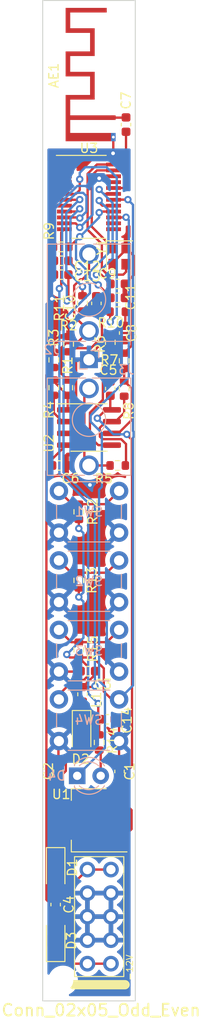
<source format=kicad_pcb>
(kicad_pcb (version 20211014) (generator pcbnew)
  (layers (0 "F.Cu" signal) (31 "B.Cu" signal) (34 "B.Paste" user) (35 "F.Paste" user) (36 "B.SilkS" user "B.Silkscreen") (37 "F.SilkS" user "F.Silkscreen") (38 "B.Mask" user) (39 "F.Mask" user) (44 "Edge.Cuts" user))
  (net 0 "")
  (net 1 "GND")
  (net 2 "Net-(AE1-Pad1)")
  (net 3 "+12V")
  (net 4 "Net-(C2-Pad1)")
  (net 5 "+5V")
  (net 6 "R")
  (net 7 "L")
  (net 8 "Net-(C10-Pad2)")
  (net 9 "Net-(D1-Pad2)")
  (net 10 "Net-(D3-Pad1)")
  (net 11 "Net-(R3-Pad2)")
  (net 12 "KEY")
  (net 13 "-12V")
  (net 14 "Net-(C7-Pad1)")
  (net 15 "Net-(C8-Pad2)")
  (net 16 "Net-(C9-Pad1)")
  (net 17 "Net-(C11-Pad1)")
  (net 18 "Net-(C12-Pad2)")
  (net 19 "Net-(C13-Pad2)")
  (net 20 "Net-(C14-Pad2)")
  (net 21 "Net-(D4-Pad1)")
  (net 22 "Net-(D4-Pad2)")
  (net 23 "Net-(J2-PadT)")
  (net 24 "Net-(J3-PadT)")
  (net 25 "Net-(R1-Pad1)")
  (net 26 "Net-(R5-Pad1)")
  (net 27 "Net-(R7-Pad2)")
  (net 28 "Net-(R9-Pad2)")
  (net 29 "Net-(R10-Pad2)")
  (net 30 "Net-(R11-Pad2)")
  (net 39 "Net-(U3-Pad23)")
  (net 40 "Net-(U3-Pad24)")
  (net 41 "Net-(D2-Pad1)")
  (net 42 "Net-(R12-Pad2)")
  (net 43 "Net-(R13-Pad2)")
  (net 44 "Net-(R15-Pad2)")
  (footprint "Capacitor_SMD:C_0603_1608Metric" (layer "F.Cu") (at 7 77.6 180)
    (fp_text reference "C14")
    (fp_text value "1u")
  )
  (footprint "Diode_SMD:D_SOD-123" (layer "F.Cu") (at 1.4 101.5 90)
    (fp_text reference "D3")
    (fp_text value "SM4007")
  )
  (footprint "MountingHole:MountingHole_2.2mm_M2" (layer "F.Cu") (at 2.2 105.8)
    (fp_text reference "H1")
    (fp_text value "MountingHole")
  )
  (footprint "Resistor_SMD:R_0603_1608Metric" (layer "F.Cu") (at 3.9 55.2 90)
    (fp_text reference "R12")
    (fp_text value "51k")
  )
  (footprint "Resistor_SMD:R_0603_1608Metric" (layer "F.Cu") (at 7.3 36.9 -90)
    (fp_text reference "R6")
    (fp_text value "10k")
  )
  (footprint "Diode_SMD:D_SOD-123" (layer "F.Cu") (at 4.2 78.9 -90)
    (fp_text reference "D2")
    (fp_text value "SM4007")
  )
  (footprint "Capacitor_SMD:C_0603_1608Metric" (layer "F.Cu") (at 5.8 32.7 90)
    (fp_text reference "C10")
    (fp_text value "1u")
  )
  (footprint "Capacitor_SMD:C_0603_1608Metric" (layer "F.Cu") (at 4.875 72.4 180)
    (fp_text reference "C3")
    (fp_text value "10u")
  )
  (footprint "Resistor_SMD:R_0603_1608Metric" (layer "F.Cu") (at 3.9 70.1 90)
    (fp_text reference "R15")
    (fp_text value "9.1k")
  )
  (footprint "Capacitor_SMD:C_0603_1608Metric" (layer "F.Cu") (at 8.1 32.1)
    (fp_text reference "C11")
    (fp_text value "1u")
  )
  (footprint "Capacitor_SMD:C_0603_1608Metric" (layer "F.Cu") (at 2 29.6)
    (fp_text reference "C13")
    (fp_text value "1u")
  )
  (footprint "4ms_Connector:Pins_2x05_2.54mm_TH_Europower" (layer "F.Cu") (at 6.1 98.9)
    (fp_text reference "J1" hide)
    (fp_text value "Conn_02x05_Odd_Even")
  )
  (footprint "Capacitor_SMD:C_0603_1608Metric" (layer "F.Cu") (at 8.3 83.225 90)
    (fp_text reference "C1")
    (fp_text value "10u")
  )
  (footprint "Resistor_SMD:R_0603_1608Metric" (layer "F.Cu") (at 2.8 37.1 -90)
    (fp_text reference "R2")
    (fp_text value "10k")
  )
  (footprint "Capacitor_SMD:C_0603_1608Metric" (layer "F.Cu") (at 9 13.4 90)
    (fp_text reference "C7")
    (fp_text value "1n")
  )
  (footprint "Capacitor_SMD:C_0603_1608Metric" (layer "F.Cu") (at 2 28.1)
    (fp_text reference "C12")
    (fp_text value "1u")
  )
  (footprint "Package_SO:SOIC-8_3.9x4.9mm_P1.27mm" (layer "F.Cu") (at 5 46.1)
    (fp_text reference "U2")
    (fp_text value "TL072")
  )
  (footprint "Resistor_SMD:R_0603_1608Metric" (layer "F.Cu") (at 8.8 38.9 -90)
    (fp_text reference "R7")
    (fp_text value "10k")
  )
  (footprint "Capacitor_SMD:C_0603_1608Metric" (layer "F.Cu") (at 1.7 83.2 90)
    (fp_text reference "C2")
    (fp_text value "10u")
  )
  (footprint "Resistor_SMD:R_0603_1608Metric" (layer "F.Cu") (at 2.7 41.8 90)
    (fp_text reference "R1")
    (fp_text value "220")
  )
  (footprint "Resistor_SMD:R_0603_1608Metric" (layer "F.Cu") (at 4.3 32.7 90)
    (fp_text reference "R11")
    (fp_text value "10k")
  )
  (footprint "Resistor_SMD:R_0603_1608Metric" (layer "F.Cu") (at 3.9 62.6 90)
    (fp_text reference "R13")
    (fp_text value "33k")
  )
  (footprint "Resistor_SMD:R_0603_1608Metric" (layer "F.Cu") (at 1.2 38.8 -90)
    (fp_text reference "R3")
    (fp_text value "10k")
  )
  (footprint "Inductor_SMD:L_0603_1608Metric" (layer "F.Cu") (at 4.3 74.9 90)
    (fp_text reference "L1")
    (fp_text value "600 ohm")
  )
  (footprint "Resistor_SMD:R_0603_1608Metric" (layer "F.Cu") (at 8.8 41.9 -90)
    (fp_text reference "R8")
    (fp_text value "30k")
  )
  (footprint "Package_SO:QSOP-24_3.9x8.7mm_P0.635mm" (layer "F.Cu") (at 5 21.2)
    (fp_text reference "U3")
    (fp_text value "MH-M18")
  )
  (footprint "Resistor_SMD:R_0603_1608Metric" (layer "F.Cu") (at 6.1 80.1 -90)
    (fp_text reference "R14")
    (fp_text value "1k")
  )
  (footprint "RF_Antenna:Texas_SWRA117D_2.4GHz_Right" (layer "F.Cu") (at 7.625 12.65 90)
    (fp_text reference "AE1")
    (fp_text value "Antenna_Shield")
  )
  (footprint "Capacitor_SMD:C_0603_1608Metric" (layer "F.Cu") (at 1.4 97.6 -90)
    (fp_text reference "C4")
    (fp_text value "10u")
  )
  (footprint "Resistor_SMD:R_0603_1608Metric" (layer "F.Cu") (at 8.1 33.6 180)
    (fp_text reference "R10")
    (fp_text value "10k")
  )
  (footprint "Capacitor_SMD:C_0603_1608Metric" (layer "F.Cu") (at 1.8 50.2 180)
    (fp_text reference "C6")
    (fp_text value "0.1u")
  )
  (footprint "Capacitor_SMD:C_0603_1608Metric" (layer "F.Cu") (at 7.3 41.9 90)
    (fp_text reference "C5")
    (fp_text value "0.1u")
  )
  (footprint "Resistor_SMD:R_0603_1608Metric" (layer "F.Cu") (at 2 26.6 180)
    (fp_text reference "R9")
    (fp_text value "10k")
  )
  (footprint "Crystal:Crystal_SMD_2520-4Pin_2.5x2.0mm" (layer "F.Cu") (at 8.3 27.6 -90)
    (fp_text reference "Y1")
    (fp_text value "Crystal_GND24")
  )
  (footprint "Capacitor_SMD:C_0603_1608Metric" (layer "F.Cu") (at 8.1 30.6)
    (fp_text reference "C9")
    (fp_text value "1u")
  )
  (footprint "Resistor_SMD:R_0603_1608Metric" (layer "F.Cu") (at 8.1 50.2 180)
    (fp_text reference "R5")
    (fp_text value "220")
  )
  (footprint "Diode_SMD:D_SOD-123" (layer "F.Cu") (at 1.4 93.7 -90)
    (fp_text reference "D1")
    (fp_text value "SM4007")
  )
  (footprint "Capacitor_SMD:C_0603_1608Metric" (layer "F.Cu") (at 8.8 35.9 90)
    (fp_text reference "C8")
    (fp_text value "1u")
  )
  (footprint "Package_TO_SOT_SMD:SOT-223-3_TabPin2" (layer "F.Cu") (at 5 88.5 180)
    (fp_text reference "U1")
    (fp_text value "LM1117-5.0")
  )
  (footprint "Resistor_SMD:R_0603_1608Metric" (layer "F.Cu") (at 1.2 41.8 90)
    (fp_text reference "R4")
    (fp_text value "30k")
  )
  (footprint "Connector_Audio:Jack_3.5mm_QingPu_WQP-PJ398SM_Vertical_CircularHoles" (layer "B.Cu") (at 5 38.78)
    (fp_text reference "J2")
    (fp_text value "JACK_OUT")
  )
  (footprint "Connector_Audio:Jack_3.5mm_QingPu_WQP-PJ398SM_Vertical_CircularHoles" (layer "B.Cu") (at 5 38.78 180)
    (fp_text reference "J3")
    (fp_text value "JACK_OUT")
  )
  (footprint "Button_Switch_THT:SW_PUSH_6mm" (layer "B.Cu") (at 8.25 52.95 180)
    (fp_text reference "SW1")
    (fp_text value "SW_Push")
  )
  (footprint "LED_THT:LED_D3.0mm" (layer "B.Cu") (at 3.725 83.7)
    (fp_text reference "D4")
    (fp_text value "LED")
  )
  (footprint "Button_Switch_THT:SW_PUSH_6mm" (layer "B.Cu") (at 8.25 67.95 180)
    (fp_text reference "SW3")
    (fp_text value "SW_Push")
  )
  (footprint "Button_Switch_THT:SW_PUSH_6mm" (layer "B.Cu") (at 8.25 75.45 180)
    (fp_text reference "SW4")
    (fp_text value "SW_Push")
  )
  (footprint "Button_Switch_THT:SW_PUSH_6mm" (layer "B.Cu") (at 8.25 60.45 180)
    (fp_text reference "SW2")
    (fp_text value "SW_Push")
  )
  (gr_rect (start 0 0) (end 10 108) (layer "Edge.Cuts") (width 0.1) (fill none))
  (segment (start 7.6 28.475) (end 7.6 28.3) (width 0.25) (layer "F.Cu") (net 1))
  (segment (start 9.59952 36.19952) (end 9.59952 37.27548) (width 0.25) (layer "F.Cu") (net 1))
  (segment (start 9.30048 35.90048) (end 9.59952 36.19952) (width 0.25) (layer "F.Cu") (net 1))
  (segment (start 1.7 82.425) (end 1.7 80) (width 0.25) (layer "F.Cu") (net 1))
  (segment (start 7.625 16.475) (end 7.625 14.75) (width 0.25) (layer "F.Cu") (net 1))
  (segment (start 9.59952 37.27548) (end 8.8 38.075) (width 0.25) (layer "F.Cu") (net 1))
  (segment (start 8.25 79.95) (end 8.25 82.4) (width 0.25) (layer "F.Cu") (net 1))
  (segment (start 8.875 32.1) (end 9.64952 32.87452) (width 0.25) (layer "F.Cu") (net 1))
  (segment (start 9.64952 32.87452) (end 9.64952 36.14952) (width 0.25) (layer "F.Cu") (net 1))
  (segment (start 5 38.78) (end 5 38.375) (width 0.25) (layer "F.Cu") (net 1))
  (segment (start 7.47452 35.90048) (end 9.30048 35.90048) (width 0.25) (layer "F.Cu") (net 1))
  (segment (start 8.25 82.4) (end 8.3 82.45) (width 0.25) (layer "F.Cu") (net 1))
  (segment (start 6.7225 18.9775) (end 7.6543 18.9775) (width 0.25) (layer "F.Cu") (net 1))
  (segment (start 4 24.500497) (end 3.557003 24.0575) (width 0.25) (layer "F.Cu") (net 1))
  (segment (start 1 29.825) (end 1.225 29.6) (width 0.25) (layer "F.Cu") (net 1))
  (segment (start 7.6 28.3) (end 9 26.9) (width 0.25) (layer "F.Cu") (net 1))
  (segment (start 7.3 36.075) (end 7.47452 35.90048) (width 0.25) (layer "F.Cu") (net 1))
  (segment (start 1 32.2) (end 1 29.825) (width 0.25) (layer "F.Cu") (net 1))
  (segment (start 8.25 78.075) (end 8.25 79.95) (width 0.25) (layer "F.Cu") (net 1))
  (segment (start 7.6 16.5) (end 7.625 16.475) (width 0.25) (layer "F.Cu") (net 1))
  (segment (start 1.75 72.45) (end 4.05 72.45) (width 0.25) (layer "F.Cu") (net 1))
  (segment (start 5 38.375) (end 7.3 36.075) (width 0.25) (layer "F.Cu") (net 1))
  (segment (start 1.7 80) (end 1.75 79.95) (width 0.25) (layer "F.Cu") (net 1))
  (segment (start 7.775 77.6) (end 8.25 78.075) (width 0.25) (layer "F.Cu") (net 1))
  (segment (start 4.05 72.45) (end 4.1 72.4) (width 0.25) (layer "F.Cu") (net 1))
  (segment (start 9.824511 29.650489) (end 9.824511 27.549511) (width 0.25) (layer "F.Cu") (net 1))
  (segment (start 6.1 19.2) (end 6.5 19.2) (width 0.25) (layer "F.Cu") (net 1))
  (segment (start 8.875 30.6) (end 9.824511 29.650489) (width 0.25) (layer "F.Cu") (net 1))
  (segment (start 9 26.9) (end 9 26.725) (width 0.25) (layer "F.Cu") (net 1))
  (segment (start 7.3 39.575) (end 7.3 41.125) (width 0.25) (layer "F.Cu") (net 1))
  (segment (start 3.557003 24.0575) (end 2.3457 24.0575) (width 0.25) (layer "F.Cu") (net 1))
  (segment (start 9.64952 36.14952) (end 9.59952 36.19952) (width 0.25) (layer "F.Cu") (net 1))
  (segment (start 9.824511 27.549511) (end 9 26.725) (width 0.25) (layer "F.Cu") (net 1))
  (segment (start 8.8 38.075) (end 7.3 39.575) (width 0.25) (layer "F.Cu") (net 1))
  (segment (start 6.5 19.2) (end 6.7225 18.9775) (width 0.25) (layer "F.Cu") (net 1))
  (via (at 6.1 19.2) (size 0.8) (drill 0.4) (layers "F.Cu" "B.Cu") (net 1))
  (via (at 5.1 52.3) (size 0.8) (drill 0.4) (layers "F.Cu" "B.Cu") (net 1))
  (via (at 4 24.500497) (size 0.8) (drill 0.4) (layers "F.Cu" "B.Cu") (net 1))
  (via (at 7.6 16.5) (size 0.8) (drill 0.4) (layers "F.Cu" "B.Cu") (net 1))
  (via (at 3.1 35.1) (size 0.8) (drill 0.4) (layers "F.Cu" "B.Cu") (net 1))
  (via (at 1 32.2) (size 0.8) (drill 0.4) (layers "F.Cu" "B.Cu") (net 1))
  (segment (start 0.425489 32.774511) (end 1 32.2) (width 0.25) (layer "B.Cu") (net 1))
  (segment (start 4 24.500497) (end 4.022119 24.500497) (width 0.25) (layer "B.Cu") (net 1))
  (segment (start 6.925489 71.125489) (end 8.25 72.45) (width 0.25) (layer "B.Cu") (net 1))
  (segment (start 3.739772 20.024511) (end 1 22.764283) (width 0.25) (layer "B.Cu") (net 1))
  (segment (start 4.022119 24.500497) (end 5.375489 23.147127) (width 0.25) (layer "B.Cu") (net 1))
  (segment (start 1.75 57.45) (end 0.425489 56.125489) (width 0.25) (layer "B.Cu") (net 1))
  (segment (start 5.275489 20.024511) (end 6.1 19.2) (width 0.25) (layer "B.Cu") (net 1))
  (segment (start 6.925489 66.274511) (end 6.925489 71.125489) (width 0.25) (layer "B.Cu") (net 1))
  (segment (start 0.425489 56.125489) (end 0.425489 32.774511) (width 0.25) (layer "B.Cu") (net 1))
  (segment (start 8.25 64.95) (end 6.925489 66.274511) (width 0.25) (layer "B.Cu") (net 1))
  (segment (start 5.375489 23.147127) (end 5.375489 19.924511) (width 0.25) (layer "B.Cu") (net 1))
  (segment (start 1 22.764283) (end 1 32.2) (width 0.25) (layer "B.Cu") (net 1))
  (segment (start 5.275489 20.024511) (end 3.739772 20.024511) (width 0.25) (layer "B.Cu") (net 1))
  (segment (start 8.975 12.65) (end 9 12.625) (width 0.25) (layer "F.Cu") (net 2))
  (segment (start 7.625 12.65) (end 8.975 12.65) (width 0.25) (layer "F.Cu") (net 2))
  (segment (start 8.15 86.2) (end 8.15 84.15) (width 0.25) (layer "F.Cu") (net 3))
  (segment (start 3.25 92.05) (end 1.4 92.05) (width 0.25) (layer "F.Cu") (net 3))
  (segment (start 9.087049 46.887049) (end 9.64952 47.44952) (width 0.25) (layer "F.Cu") (net 3))
  (segment (start 9.64952 82.65048) (end 8.3 84) (width 0.25) (layer "F.Cu") (net 3))
  (segment (start 8.4 86.2) (end 9.6 87.4) (width 0.25) (layer "F.Cu") (net 3))
  (segment (start 5.574511 89.725489) (end 3.25 92.05) (width 0.25) (layer "F.Cu") (net 3))
  (segment (start 9.323533 89.725489) (end 5.574511 89.725489) (width 0.25) (layer "F.Cu") (net 3))
  (segment (start 7.3 44.02) (end 7.475 44.195) (width 0.25) (layer "F.Cu") (net 3))
  (segment (start 9.087049 46.837549) (end 9.087049 46.887049) (width 0.25) (layer "F.Cu") (net 3))
  (segment (start 9.64952 47.44952) (end 9.64952 82.65048) (width 0.25) (layer "F.Cu") (net 3))
  (segment (start 9.6 89.449022) (end 9.323533 89.725489) (width 0.25) (layer "F.Cu") (net 3))
  (segment (start 7.3 42.675) (end 7.3 44.02) (width 0.25) (layer "F.Cu") (net 3))
  (segment (start 9.6 87.4) (end 9.6 89.449022) (width 0.25) (layer "F.Cu") (net 3))
  (segment (start 7.475 44.195) (end 6.805 44.195) (width 0.25) (layer "F.Cu") (net 3))
  (segment (start 6.805 44.195) (end 5.9 45.1) (width 0.25) (layer "F.Cu") (net 3))
  (segment (start 8.15 84.15) (end 8.3 84) (width 0.25) (layer "F.Cu") (net 3))
  (segment (start 8.15 86.2) (end 8.4 86.2) (width 0.25) (layer "F.Cu") (net 3))
  (via (at 5.9 45.1) (size 0.8) (drill 0.4) (layers "F.Cu" "B.Cu") (net 3))
  (via (at 9.087049 46.837549) (size 0.8) (drill 0.4) (layers "F.Cu" "B.Cu") (net 3))
  (segment (start 9.087049 46.837549) (end 7.637549 46.837549) (width 0.25) (layer "B.Cu") (net 3))
  (segment (start 7.637549 46.837549) (end 5.9 45.1) (width 0.25) (layer "B.Cu") (net 3))
  (segment (start 1.85 88.5) (end 8.15 88.5) (width 0.25) (layer "F.Cu") (net 4))
  (segment (start 2.500489 82.249511) (end 4.2 80.55) (width 0.25) (layer "F.Cu") (net 4))
  (segment (start 2.500489 83.174511) (end 2.500489 82.249511) (width 0.25) (layer "F.Cu") (net 4))
  (segment (start 1.7 83.975) (end 1.85 84.125) (width 0.25) (layer "F.Cu") (net 4))
  (segment (start 1.7 83.975) (end 2.500489 83.174511) (width 0.25) (layer "F.Cu") (net 4))
  (segment (start 1.85 84.125) (end 1.85 88.5) (width 0.25) (layer "F.Cu") (net 4))
  (segment (start 4 25.5) (end 2.9 26.6) (width 0.25) (layer "F.Cu") (net 5))
  (segment (start 4.3 74.1125) (end 5.5875 74.1125) (width 0.25) (layer "F.Cu") (net 5))
  (segment (start 6.2125 22.7875) (end 7.6543 22.7875) (width 0.25) (layer "F.Cu") (net 5))
  (segment (start 6.1 22.9) (end 6.2125 22.7875) (width 0.25) (layer "F.Cu") (net 5))
  (segment (start 5.5875 74.1125) (end 5.638172 74.016997) (width 0.25) (layer "F.Cu") (net 5))
  (segment (start 2.9 26.6) (end 2.825 26.6) (width 0.25) (layer "F.Cu") (net 5))
  (segment (start 5.65 72.785718) (end 5.65 72.4) (width 0.25) (layer "F.Cu") (net 5))
  (segment (start 4.323218 74.1125) (end 5.65 72.785718) (width 0.25) (layer "F.Cu") (net 5))
  (via (at 5.638172 74.016997) (size 0.8) (drill 0.4) (layers "F.Cu" "B.Cu") (net 5))
  (via (at 4 25.5) (size 0.8) (drill 0.4) (layers "F.Cu" "B.Cu") (net 5))
  (via (at 6.1 22.9) (size 0.8) (drill 0.4) (layers "F.Cu" "B.Cu") (net 5))
  (segment (start 4 25.5) (end 4.025111 25.5) (width 0.25) (layer "B.Cu") (net 5))
  (segment (start 5.638172 54.329311) (end 5.638172 74.016997) (width 0.25) (layer "B.Cu") (net 5))
  (segment (start 5.1 31.6) (end 2.24952 34.45048) (width 0.25) (layer "B.Cu") (net 5))
  (segment (start 2.24952 34.45048) (end 2.24952 50.940659) (width 0.25) (layer "B.Cu") (net 5))
  (segment (start 3.6 27.945066) (end 4.624511 28.969577) (width 0.25) (layer "B.Cu") (net 5))
  (segment (start 4.624511 30.199897) (end 5.1 30.675386) (width 0.25) (layer "B.Cu") (net 5))
  (segment (start 4 25.5) (end 3.6 25.9) (width 0.25) (layer "B.Cu") (net 5))
  (segment (start 3.6 25.9) (end 3.6 27.945066) (width 0.25) (layer "B.Cu") (net 5))
  (segment (start 4.025111 25.5) (end 6.1 23.425111) (width 0.25) (layer "B.Cu") (net 5))
  (segment (start 4.624511 28.969577) (end 4.624511 30.199897) (width 0.25) (layer "B.Cu") (net 5))
  (segment (start 6.1 23.425111) (end 6.1 22.9) (width 0.25) (layer "B.Cu") (net 5))
  (segment (start 2.24952 50.940659) (end 5.638172 54.329311) (width 0.25) (layer "B.Cu") (net 5))
  (segment (start 5.1 30.675386) (end 5.1 31.6) (width 0.25) (layer "B.Cu") (net 5))
  (segment (start 7.3 37.725) (end 6.50048 38.52452) (width 0.25) (layer "F.Cu") (net 6))
  (segment (start 7.3 37.725) (end 7.75 37.725) (width 0.25) (layer "F.Cu") (net 6))
  (segment (start 6.005 48.005) (end 7.475 48.005) (width 0.25) (layer "F.Cu") (net 6))
  (segment (start 5.1 44.5) (end 5.1 47.1) (width 0.25) (layer "F.Cu") (net 6))
  (segment (start 5.1 47.1) (end 6.005 48.005) (width 0.25) (layer "F.Cu") (net 6))
  (segment (start 6.50048 43.09952) (end 5.1 44.5) (width 0.25) (layer "F.Cu") (net 6))
  (segment (start 7.75 37.725) (end 8.8 36.675) (width 0.25) (layer "F.Cu") (net 6))
  (segment (start 6.50048 38.52452) (end 6.50048 43.09952) (width 0.25) (layer "F.Cu") (net 6))
  (segment (start 3.184511 37.540489) (end 5.198793 37.540489) (width 0.25) (layer "F.Cu") (net 7))
  (segment (start 5.8 33.475) (end 5.875 33.475) (width 0.25) (layer "F.Cu") (net 7))
  (segment (start 2.7 37.925) (end 3.610489 38.835489) (width 0.25) (layer "F.Cu") (net 7))
  (segment (start 6.4 36.339282) (end 6.4 34) (width 0.25) (layer "F.Cu") (net 7))
  (segment (start 5.875 33.475) (end 6.4 34) (width 0.25) (layer "F.Cu") (net 7))
  (segment (start 3.610489 43.310489) (end 3.9 43.6) (width 0.25) (layer "F.Cu") (net 7))
  (segment (start 2.8 37.925) (end 3.184511 37.540489) (width 0.25) (layer "F.Cu") (net 7))
  (segment (start 3.9 43.6) (end 3.9 46) (width 0.25) (layer "F.Cu") (net 7))
  (segment (start 3.9 46) (end 3.165 46.735) (width 0.25) (layer "F.Cu") (net 7))
  (segment (start 5.198793 37.540489) (end 6.4 36.339282) (width 0.25) (layer "F.Cu") (net 7))
  (segment (start 3.610489 38.835489) (end 3.610489 43.310489) (width 0.25) (layer "F.Cu") (net 7))
  (segment (start 3.165 46.735) (end 2.525 46.735) (width 0.25) (layer "F.Cu") (net 7))
  (segment (start 4.3 33.525) (end 4.3 33.425) (width 0.25) (layer "F.Cu") (net 8))
  (segment (start 4.3 33.425) (end 5.8 31.925) (width 0.25) (layer "F.Cu") (net 8))
  (segment (start 4.83 93.82) (end 7.37 93.82) (width 0.25) (layer "F.Cu") (net 9))
  (segment (start 1.4 95.35) (end 3.3 95.35) (width 0.25) (layer "F.Cu") (net 9))
  (segment (start 3.3 95.35) (end 4.83 93.82) (width 0.25) (layer "F.Cu") (net 9))
  (segment (start 7.37 103.98) (end 4.83 103.98) (width 0.25) (layer "F.Cu") (net 10))
  (segment (start 4.83 103.98) (end 2.23 103.98) (width 0.25) (layer "F.Cu") (net 10))
  (segment (start 2.23 103.98) (end 1.4 103.15) (width 0.25) (layer "F.Cu") (net 10))
  (segment (start 1.2 42.625) (end 0.40048 41.82548) (width 0.25) (layer "F.Cu") (net 11))
  (segment (start 0.40048 41.82548) (end 0.40048 40.42452) (width 0.25) (layer "F.Cu") (net 11))
  (segment (start 2.148928 45.465) (end 1.2 44.516072) (width 0.25) (layer "F.Cu") (net 11))
  (segment (start 1.2 44.516072) (end 1.2 42.625) (width 0.25) (layer "F.Cu") (net 11))
  (segment (start 0.40048 40.42452) (end 1.2 39.625) (width 0.25) (layer "F.Cu") (net 11))
  (segment (start 2.148928 45.465) (end 2.525 45.465) (width 0.25) (layer "F.Cu") (net 11))
  (segment (start 7.45 75.45) (end 8.25 75.45) (width 0.25) (layer "F.Cu") (net 12))
  (segment (start 7.6718 21.5) (end 7.6543 21.5175) (width 0.25) (layer "F.Cu") (net 12))
  (segment (start 1.75 74.95) (end 1.75 75.45) (width 0.25) (layer "F.Cu") (net 12))
  (segment (start 3.9 63.425) (end 3.9 64.4) (width 0.25) (layer "F.Cu") (net 12))
  (segment (start 2.925 70.925) (end 3.9 70.925) (width 0.25) (layer "F.Cu") (net 12))
  (segment (start 6.6 74.6) (end 7.45 75.45) (width 0.25) (layer "F.Cu") (net 12))
  (segment (start 4.87452 71.89952) (end 4.87452 72.92548) (width 0.25) (layer "F.Cu") (net 12))
  (segment (start 3.9 70.925) (end 4.87452 71.89952) (width 0.25) (layer "F.Cu") (net 12))
  (segment (start 4.44952 73.35048) (end 3.34952 73.35048) (width 0.25) (layer "F.Cu") (net 12))
  (segment (start 3.34952 73.35048) (end 1.75 74.95) (width 0.25) (layer "F.Cu") (net 12))
  (segment (start 5.427138 70.925) (end 6.6 72.097862) (width 0.25) (layer "F.Cu") (net 12))
  (segment (start 4.87452 72.92548) (end 4.44952 73.35048) (width 0.25) (layer "F.Cu") (net 12))
  (segment (start 3.9 56.025) (end 3.9 57) (width 0.25) (layer "F.Cu") (net 12))
  (segment (start 6.6 72.097862) (end 6.6 74.6) (width 0.25) (layer "F.Cu") (net 12))
  (segment (start 2.6 70.6) (end 2.925 70.925) (width 0.25) (layer "F.Cu") (net 12))
  (segment (start 9.2 21.5) (end 7.6718 21.5) (width 0.25) (layer "F.Cu") (net 12))
  (segment (start 3.9 70.925) (end 5.427138 70.925) (width 0.25) (layer "F.Cu") (net 12))
  (via (at 3.9 64.4) (size 0.8) (drill 0.4) (layers "F.Cu" "B.Cu") (net 12))
  (via (at 2.6 70.6) (size 0.8) (drill 0.4) (layers "F.Cu" "B.Cu") (net 12))
  (via (at 3.9 57) (size 0.8) (drill 0.4) (layers "F.Cu" "B.Cu") (net 12))
  (via (at 9.2 21.5) (size 0.8) (drill 0.4) (layers "F.Cu" "B.Cu") (net 12))
  (segment (start 4.4 68.8) (end 4.4 64.9) (width 0.25) (layer "B.Cu") (net 12))
  (segment (start 4.4 64.9) (end 3.9 64.4) (width 0.25) (layer "B.Cu") (net 12))
  (segment (start 2.6 70.6) (end 4.4 68.8) (width 0.25) (layer "B.Cu") (net 12))
  (segment (start 3.9 64.4) (end 4.4 63.9) (width 0.25) (layer "B.Cu") (net 12))
  (segment (start 9.81156 47.137652) (end 9.74952 47.199692) (width 0.25) (layer "B.Cu") (net 12))
  (segment (start 4.4 57.5) (end 3.9 57) (width 0.25) (layer "B.Cu") (net 12))
  (segment (start 9.2 21.5) (end 9.74952 22.04952) (width 0.25) (layer "B.Cu") (net 12))
  (segment (start 4.4 63.9) (end 4.4 57.5) (width 0.25) (layer "B.Cu") (net 12))
  (segment (start 9.74952 47.199692) (end 9.74952 73.95048) (width 0.25) (layer "B.Cu") (net 12))
  (segment (start 9.81156 46.537446) (end 9.81156 47.137652) (width 0.25) (layer "B.Cu") (net 12))
  (segment (start 9.74952 22.04952) (end 9.74952 46.475406) (width 0.25) (layer "B.Cu") (net 12))
  (segment (start 9.74952 46.475406) (end 9.81156 46.537446) (width 0.25) (layer "B.Cu") (net 12))
  (segment (start 9.74952 73.95048) (end 8.25 75.45) (width 0.25) (layer "B.Cu") (net 12))
  (segment (start 1.025 49.505) (end 2.525 48.005) (width 0.25) (layer "F.Cu") (net 13))
  (segment (start 1.4 98.375) (end 1.4 99.85) (width 0.25) (layer "F.Cu") (net 13))
  (segment (start 0.4 50.825) (end 0.4 97.077138) (width 0.25) (layer "F.Cu") (net 13))
  (segment (start 1.4 98.077138) (end 1.4 98.375) (width 0.25) (layer "F.Cu") (net 13))
  (segment (start 0.4 97.077138) (end 1.4 98.077138) (width 0.25) (layer "F.Cu") (net 13))
  (segment (start 1.025 50.2) (end 0.4 50.825) (width 0.25) (layer "F.Cu") (net 13))
  (segment (start 1.025 50.2) (end 1.025 49.505) (width 0.25) (layer "F.Cu") (net 13))
  (segment (start 8.7043 20.2475) (end 7.6543 20.2475) (width 0.25) (layer "F.Cu") (net 14))
  (segment (start 9 14.175) (end 9 19.9518) (width 0.25) (layer "F.Cu") (net 14))
  (segment (start 9 19.9518) (end 8.7043 20.2475) (width 0.25) (layer "F.Cu") (net 14))
  (segment (start 8.925 33.6) (end 8.925 35) (width 0.25) (layer "F.Cu") (net 15))
  (segment (start 8.925 35) (end 8.8 35.125) (width 0.25) (layer "F.Cu") (net 15))
  (segment (start 7.325 30.6) (end 6.325 29.6) (width 0.25) (layer "F.Cu") (net 16))
  (segment (start 6.5825 20.8825) (end 7.6543 20.8825) (width 0.25) (layer "F.Cu") (net 16))
  (segment (start 6.325 29.6) (end 5.8 29.6) (width 0.25) (layer "F.Cu") (net 16))
  (segment (start 6.1 20.4) (end 6.5825 20.8825) (width 0.25) (layer "F.Cu") (net 16))
  (via (at 6.1 20.4) (size 0.8) (drill 0.4) (layers "F.Cu" "B.Cu") (net 16))
  (via (at 5.8 29.6) (size 0.8) (drill 0.4) (layers "F.Cu" "B.Cu") (net 16))
  (segment (start 6.1 20.4) (end 7.55048 21.85048) (width 0.25) (layer "B.Cu") (net 16))
  (segment (start 7.55048 27.84952) (end 5.8 29.6) (width 0.25) (layer "B.Cu") (net 16))
  (segment (start 7.55048 21.85048) (end 7.55048 27.84952) (width 0.25) (layer "B.Cu") (net 16))
  (segment (start 6.1 21.805) (end 6.4475 22.1525) (width 0.25) (layer "F.Cu") (net 17))
  (segment (start 7.325 32.1) (end 7.325 32.025) (width 0.25) (layer "F.Cu") (net 17))
  (segment (start 6.4475 22.1525) (end 7.6543 22.1525) (width 0.25) (layer "F.Cu") (net 17))
  (segment (start 7.325 32.025) (end 6 30.7) (width 0.25) (layer "F.Cu") (net 17))
  (segment (start 6.1 21.6) (end 6.1 21.805) (width 0.25) (layer "F.Cu") (net 17))
  (via (at 6 30.7) (size 0.8) (drill 0.4) (layers "F.Cu" "B.Cu") (net 17))
  (via (at 6.1 21.6) (size 0.8) (drill 0.4) (layers "F.Cu" "B.Cu") (net 17))
  (segment (start 5.075489 29.299897) (end 7.10096 27.274426) (width 0.25) (layer "B.Cu") (net 17))
  (segment (start 5.875386 30.7) (end 5.075489 29.900103) (width 0.25) (layer "B.Cu") (net 17))
  (segment (start 7.10096 22.60096) (end 6.1 21.6) (width 0.25) (layer "B.Cu") (net 17))
  (segment (start 7.10096 27.274426) (end 7.10096 22.60096) (width 0.25) (layer "B.Cu") (net 17))
  (segment (start 6 30.7) (end 5.875386 30.7) (width 0.25) (layer "B.Cu") (net 17))
  (segment (start 5.075489 29.900103) (end 5.075489 29.299897) (width 0.25) (layer "B.Cu") (net 17))
  (segment (start 3.9 29.225) (end 2.775 28.1) (width 0.25) (layer "F.Cu") (net 18))
  (segment (start 3.997954 22.490818) (end 3.701272 22.7875) (width 0.25) (layer "F.Cu") (net 18))
  (segment (start 3.9 29.3) (end 3.9 29.225) (width 0.25) (layer "F.Cu") (net 18))
  (segment (start 3.701272 22.7875) (end 2.3457 22.7875) (width 0.25) (layer "F.Cu") (net 18))
  (via (at 3.9 29.3) (size 0.8) (drill 0.4) (layers "F.Cu" "B.Cu") (net 18))
  (via (at 3.997954 22.490818) (size 0.8) (drill 0.4) (layers "F.Cu" "B.Cu") (net 18))
  (segment (start 2.99904 23.474348) (end 3.98257 22.490818) (width 0.25) (layer "B.Cu") (net 18))
  (segment (start 2.99904 28.39904) (end 2.99904 23.474348) (width 0.25) (layer "B.Cu") (net 18))
  (segment (start 3.9 29.3) (end 2.99904 28.39904) (width 0.25) (layer "B.Cu") (net 18))
  (segment (start 3.98257 22.490818) (end 3.997954 22.490818) (width 0.25) (layer "B.Cu") (net 18))
  (segment (start 4.007729 23.490273) (end 3.945273 23.490273) (width 0.25) (layer "F.Cu") (net 19))
  (segment (start 3.945273 23.490273) (end 3.8775 23.4225) (width 0.25) (layer "F.Cu") (net 19))
  (segment (start 2.3457 23.4225) (end 3.939956 23.4225) (width 0.25) (layer "F.Cu") (net 19))
  (segment (start 3.939956 23.4225) (end 4.007729 23.490273) (width 0.25) (layer "F.Cu") (net 19))
  (segment (start 2.775 32.325) (end 2.609702 32.437204) (width 0.25) (layer "F.Cu") (net 19))
  (segment (start 2.775 29.6) (end 2.775 32.325) (width 0.25) (layer "F.Cu") (net 19))
  (via (at 4.007729 23.490273) (size 0.8) (drill 0.4) (layers "F.Cu" "B.Cu") (net 19))
  (via (at 2.609702 32.437204) (size 0.8) (drill 0.4) (layers "F.Cu" "B.Cu") (net 19))
  (segment (start 4.725051 22.788335) (end 4.725051 21.125051) (width 0.25) (layer "B.Cu") (net 19))
  (segment (start 4.366808 20.766808) (end 3.633192 20.766808) (width 0.25) (layer "B.Cu") (net 19))
  (segment (start 3.633192 20.766808) (end 2.1 22.3) (width 0.25) (layer "B.Cu") (net 19))
  (segment (start 2.609702 30.885088) (end 2.609702 32.437204) (width 0.25) (layer "B.Cu") (net 19))
  (segment (start 4.023113 23.490273) (end 4.725051 22.788335) (width 0.25) (layer "B.Cu") (net 19))
  (segment (start 4.725051 21.125051) (end 4.366808 20.766808) (width 0.25) (layer "B.Cu") (net 19))
  (segment (start 2.1 22.3) (end 2.1 30.375386) (width 0.25) (layer "B.Cu") (net 19))
  (segment (start 2.1 30.375386) (end 2.609702 30.885088) (width 0.25) (layer "B.Cu") (net 19))
  (segment (start 4.007729 23.490273) (end 4.023113 23.490273) (width 0.25) (layer "B.Cu") (net 19))
  (segment (start 6 75.9) (end 6 77.375) (width 0.25) (layer "F.Cu") (net 20))
  (segment (start 2 30.9) (end 2 25.0382) (width 0.25) (layer "F.Cu") (net 20))
  (segment (start 6.1 79.275) (end 6.1 77.725) (width 0.25) (layer "F.Cu") (net 20))
  (segment (start 2 25.0382) (end 2.3457 24.6925) (width 0.25) (layer "F.Cu") (net 20))
  (segment (start 1.8 31.1) (end 2 30.9) (width 0.25) (layer "F.Cu") (net 20))
  (segment (start 6.1 77.725) (end 6.225 77.6) (width 0.25) (layer "F.Cu") (net 20))
  (segment (start 6 77.375) (end 6.225 77.6) (width 0.25) (layer "F.Cu") (net 20))
  (via (at 1.8 31.1) (size 0.8) (drill 0.4) (layers "F.Cu" "B.Cu") (net 20))
  (via (at 6 75.9) (size 0.8) (drill 0.4) (layers "F.Cu" "B.Cu") (net 20))
  (segment (start 4.913661 74.813661) (end 6 75.9) (width 0.25) (layer "B.Cu") (net 20))
  (segment (start 4.913661 54.240518) (end 4.913661 74.813661) (width 0.25) (layer "B.Cu") (net 20))
  (segment (start 1.8 51.126857) (end 4.913661 54.240518) (width 0.25) (layer "B.Cu") (net 20))
  (segment (start 1.8 31.1) (end 1.8 51.126857) (width 0.25) (layer "B.Cu") (net 20))
  (segment (start 8.9775 23.4225) (end 7.6543 23.4225) (width 0.25) (layer "F.Cu") (net 21))
  (segment (start 9 23.4) (end 8.9775 23.4225) (width 0.25) (layer "F.Cu") (net 21))
  (via (at 9 23.4) (size 0.8) (drill 0.4) (layers "F.Cu" "B.Cu") (net 21))
  (segment (start 9.3 40.675386) (end 5.175489 44.799897) (width 0.25) (layer "B.Cu") (net 21))
  (segment (start 6.087692 52.812308) (end 6.087692 73.441903) (width 0.25) (layer "B.Cu") (net 21))
  (segment (start 6.389511 46.689511) (end 6.389511 52.510489) (width 0.25) (layer "B.Cu") (net 21))
  (segment (start 6.724511 74.078722) (end 6.724511 80.700489) (width 0.25) (layer "B.Cu") (net 21))
  (segment (start 9.3 23.7) (end 9.3 40.675386) (width 0.25) (layer "B.Cu") (net 21))
  (segment (start 6.389511 52.510489) (end 6.087692 52.812308) (width 0.25) (layer "B.Cu") (net 21))
  (segment (start 9 23.4) (end 9.3 23.7) (width 0.25) (layer "B.Cu") (net 21))
  (segment (start 6.087692 73.441903) (end 6.724511 74.078722) (width 0.25) (layer "B.Cu") (net 21))
  (segment (start 5.175489 44.799897) (end 5.175489 45.475489) (width 0.25) (layer "B.Cu") (net 21))
  (segment (start 6.724511 80.700489) (end 3.725 83.7) (width 0.25) (layer "B.Cu") (net 21))
  (segment (start 5.175489 45.475489) (end 6.389511 46.689511) (width 0.25) (layer "B.Cu") (net 21))
  (segment (start 6.1 80.925) (end 6.265 81.09) (width 0.25) (layer "F.Cu") (net 22))
  (segment (start 6.265 81.09) (end 6.265 83.7) (width 0.25) (layer "F.Cu") (net 22))
  (segment (start 5 29.4) (end 5 27.38) (width 0.25) (layer "F.Cu") (net 23))
  (segment (start 2 37.508217) (end 2.508697 36.99952) (width 0.25) (layer "F.Cu") (net 23))
  (segment (start 3.4 34.08) (end 3.4 30.775386) (width 0.25) (layer "F.Cu") (net 23))
  (segment (start 5 35.68) (end 3.4 34.08) (width 0.25) (layer "F.Cu") (net 23))
  (segment (start 3.4 30.775386) (end 4.075386 30.1) (width 0.25) (layer "F.Cu") (net 23))
  (segment (start 2.508697 36.99952) (end 3.68048 36.99952) (width 0.25) (layer "F.Cu") (net 23))
  (segment (start 4.3 30.1) (end 5 29.4) (width 0.25) (layer "F.Cu") (net 23))
  (segment (start 2 40.275) (end 2 37.508217) (width 0.25) (layer "F.Cu") (net 23))
  (segment (start 3.68048 36.99952) (end 5 35.68) (width 0.25) (layer "F.Cu") (net 23))
  (segment (start 4.075386 30.1) (end 4.3 30.1) (width 0.25) (layer "F.Cu") (net 23))
  (segment (start 2.7 40.975) (end 2 40.275) (width 0.25) (layer "F.Cu") (net 23))
  (segment (start 4.5 42.38) (end 4.5 49.68) (width 0.25) (layer "F.Cu") (net 24))
  (segment (start 7.275 50.2) (end 5.02 50.2) (width 0.25) (layer "F.Cu") (net 24))
  (segment (start 5 41.88) (end 4.5 42.38) (width 0.25) (layer "F.Cu") (net 24))
  (segment (start 5.02 50.2) (end 5 50.18) (width 0.25) (layer "F.Cu") (net 24))
  (segment (start 4.5 49.68) (end 5 50.18) (width 0.25) (layer "F.Cu") (net 24))
  (segment (start 2.7 42.625) (end 2.7 44.02) (width 0.25) (layer "F.Cu") (net 25))
  (segment (start 1.2 41.125) (end 2.7 42.625) (width 0.25) (layer "F.Cu") (net 25))
  (segment (start 2.7 44.02) (end 2.525 44.195) (width 0.25) (layer "F.Cu") (net 25))
  (segment (start 1.2 40.975) (end 1.2 41.125) (width 0.25) (layer "F.Cu") (net 25))
  (segment (start 8.475592 47.35952) (end 9 47.883928) (width 0.25) (layer "F.Cu") (net 26))
  (segment (start 6.453448 47.35952) (end 8.475592 47.35952) (width 0.25) (layer "F.Cu") (net 26))
  (segment (start 9 50.125) (end 8.925 50.2) (width 0.25) (layer "F.Cu") (net 26))
  (segment (start 6.835 45.465) (end 6.17548 46.12452) (width 0.25) (layer "F.Cu") (net 26))
  (segment (start 8.8 44.516072) (end 7.851072 45.465) (width 0.25) (layer "F.Cu") (net 26))
  (segment (start 6.17548 47.081552) (end 6.453448 47.35952) (width 0.25) (layer "F.Cu") (net 26))
  (segment (start 7.851072 45.465) (end 7.475 45.465) (width 0.25) (layer "F.Cu") (net 26))
  (segment (start 7.475 45.465) (end 6.835 45.465) (width 0.25) (layer "F.Cu") (net 26))
  (segment (start 6.17548 46.12452) (end 6.17548 47.081552) (width 0.25) (layer "F.Cu") (net 26))
  (segment (start 9 47.883928) (end 9 50.125) (width 0.25) (layer "F.Cu") (net 26))
  (segment (start 8.8 42.725) (end 8.8 44.516072) (width 0.25) (layer "F.Cu") (net 26))
  (segment (start 8.8 39.725) (end 8.8 41.075) (width 0.25) (layer "F.Cu") (net 27))
  (segment (start 9.59952 41.87452) (end 9.59952 45.30048) (width 0.25) (layer "F.Cu") (net 27))
  (segment (start 9.59952 45.30048) (end 8.165 46.735) (width 0.25) (layer "F.Cu") (net 27))
  (segment (start 8.165 46.735) (end 7.475 46.735) (width 0.25) (layer "F.Cu") (net 27))
  (segment (start 8.8 41.075) (end 9.59952 41.87452) (width 0.25) (layer "F.Cu") (net 27))
  (segment (start 0.8 26.225) (end 1.175 26.6) (width 0.25) (layer "F.Cu") (net 28))
  (segment (start 2.3457 17.7075) (end 1.2957 17.7075) (width 0.25) (layer "F.Cu") (net 28))
  (segment (start 0.8 18.2032) (end 0.8 26.225) (width 0.25) (layer "F.Cu") (net 28))
  (segment (start 1.2957 17.7075) (end 0.8 18.2032) (width 0.25) (layer "F.Cu") (net 28))
  (segment (start 4 19.300142) (end 4 20.467245) (width 0.25) (layer "F.Cu") (net 29))
  (segment (start 3.584745 20.8825) (end 2.3457 20.8825) (width 0.25) (layer "F.Cu") (net 29))
  (segment (start 3.999858 19.3) (end 4 19.300142) (width 0.25) (layer "F.Cu") (net 29))
  (segment (start 4 20.467245) (end 3.584745 20.8825) (width 0.25) (layer "F.Cu") (net 29))
  (segment (start 7.275 33.6) (end 7.3 34.7) (width 0.25) (layer "F.Cu") (net 29))
  (via (at 3.999858 19.3) (size 0.8) (drill 0.4) (layers "F.Cu" "B.Cu") (net 29))
  (via (at 7.3 34.7) (size 0.8) (drill 0.4) (layers "F.Cu" "B.Cu") (net 29))
  (segment (start 8 34) (end 7.3 34.7) (width 0.25) (layer "B.Cu") (net 29))
  (segment (start 3.999858 18.600142) (end 4.6 18) (width 0.25) (layer "B.Cu") (net 29))
  (segment (start 8 19.1) (end 8 34) (width 0.25) (layer "B.Cu") (net 29))
  (segment (start 6.9 18) (end 8 19.1) (width 0.25) (layer "B.Cu") (net 29))
  (segment (start 3.999858 19.3) (end 3.999858 18.600142) (width 0.25) (layer "B.Cu") (net 29))
  (segment (start 4.6 18) (end 6.9 18) (width 0.25) (layer "B.Cu") (net 29))
  (segment (start 3.974359 21.5175) (end 2.3457 21.5175) (width 0.25) (layer "F.Cu") (net 30))
  (segment (start 4.3 31.875) (end 4.3 30.9) (width 0.25) (layer "F.Cu") (net 30))
  (segment (start 4.00054 21.491319) (end 3.974359 21.5175) (width 0.25) (layer "F.Cu") (net 30))
  (via (at 4.3 30.9) (size 0.8) (drill 0.4) (layers "F.Cu" "B.Cu") (net 30))
  (via (at 4.00054 21.491319) (size 0.8) (drill 0.4) (layers "F.Cu" "B.Cu") (net 30))
  (segment (start 2.54952 22.914638) (end 2.54952 29.14952) (width 0.25) (layer "B.Cu") (net 30))
  (segment (start 2.54952 29.14952) (end 4.3 30.9) (width 0.25) (layer "B.Cu") (net 30))
  (segment (start 3.972839 21.491319) (end 2.54952 22.914638) (width 0.25) (layer "B.Cu") (net 30))
  (segment (start 4.00054 21.491319) (end 3.972839 21.491319) (width 0.25) (layer "B.Cu") (net 30))
  (segment (start 5.3 24.425) (end 5.3 18.9) (width 0.25) (layer "F.Cu") (net 39))
  (segment (start 7.6 26.725) (end 5.3 24.425) (width 0.25) (layer "F.Cu") (net 39))
  (segment (start 5.8575 18.3425) (end 7.6543 18.3425) (width 0.25) (layer "F.Cu") (net 39))
  (segment (start 5.3 18.9) (end 5.8575 18.3425) (width 0.25) (layer "F.Cu") (net 39))
  (segment (start 6.389511 28.988533) (end 6.389511 26.289511) (width 0.25) (layer "F.Cu") (net 40))
  (segment (start 9 29.3) (end 8.7 29.6) (width 0.25) (layer "F.Cu") (net 40))
  (segment (start 8.7 29.6) (end 7.000978 29.6) (width 0.25) (layer "F.Cu") (net 40))
  (segment (start 4.85048 24.75048) (end 4.85048 18.713802) (width 0.25) (layer "F.Cu") (net 40))
  (segment (start 9 28.475) (end 9 29.3) (width 0.25) (layer "F.Cu") (net 40))
  (segment (start 4.85048 18.713802) (end 5.856782 17.7075) (width 0.25) (layer "F.Cu") (net 40))
  (segment (start 6.389511 26.289511) (end 4.85048 24.75048) (width 0.25) (layer "F.Cu") (net 40))
  (segment (start 5.856782 17.7075) (end 7.6543 17.7075) (width 0.25) (layer "F.Cu") (net 40))
  (segment (start 7.000978 29.6) (end 6.389511 28.988533) (width 0.25) (layer "F.Cu") (net 40))
  (segment (start 4.3 77.15) (end 4.2 77.25) (width 0.25) (layer "F.Cu") (net 41))
  (segment (start 4.3 75.6875) (end 4.3 77.15) (width 0.25) (layer "F.Cu") (net 41))
  (segment (start 6.825 54.375) (end 8.25 52.95) (width 0.25) (layer "F.Cu") (net 42))
  (segment (start 3.9 54.375) (end 6.825 54.375) (width 0.25) (layer "F.Cu") (net 42))
  (segment (start 1.75 52.95) (end 3.175 54.375) (width 0.25) (layer "F.Cu") (net 42))
  (segment (start 3.175 54.375) (end 3.9 54.375) (width 0.25) (layer "F.Cu") (net 42))
  (segment (start 3.9 61.775) (end 6.925 61.775) (width 0.25) (layer "F.Cu") (net 43))
  (segment (start 3.075 61.775) (end 3.9 61.775) (width 0.25) (layer "F.Cu") (net 43))
  (segment (start 6.925 61.775) (end 8.25 60.45) (width 0.25) (layer "F.Cu") (net 43))
  (segment (start 1.75 60.45) (end 3.075 61.775) (width 0.25) (layer "F.Cu") (net 43))
  (segment (start 6.925 69.275) (end 8.25 67.95) (width 0.25) (layer "F.Cu") (net 44))
  (segment (start 3.075 69.275) (end 3.9 69.275) (width 0.25) (layer "F.Cu") (net 44))
  (segment (start 1.75 67.95) (end 3.075 69.275) (width 0.25) (layer "F.Cu") (net 44))
  (segment (start 3.9 69.275) (end 6.925 69.275) (width 0.25) (layer "F.Cu") (net 44))
  (zone (net 1) (net_name "GND") (layers F&B.Cu) (connect_pads (clearance 0.508)) (min_thickness 0.254) (fill yes (thermal_gap 0.508) (thermal_bridge_width 0.508))
    (polygon (pts (xy 12.7 110.5) (xy -2.54 110.5) (xy -2.54 15.98) (xy 12.7 15.98)))
  )
)
</source>
